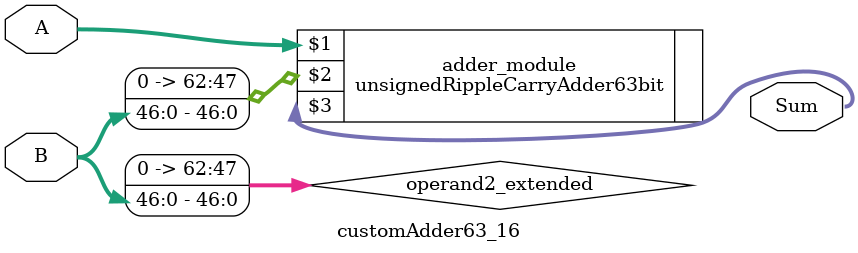
<source format=v>
module customAdder63_16(
                        input [62 : 0] A,
                        input [46 : 0] B,
                        
                        output [63 : 0] Sum
                );

        wire [62 : 0] operand2_extended;
        
        assign operand2_extended =  {16'b0, B};
        
        unsignedRippleCarryAdder63bit adder_module(
            A,
            operand2_extended,
            Sum
        );
        
        endmodule
        
</source>
